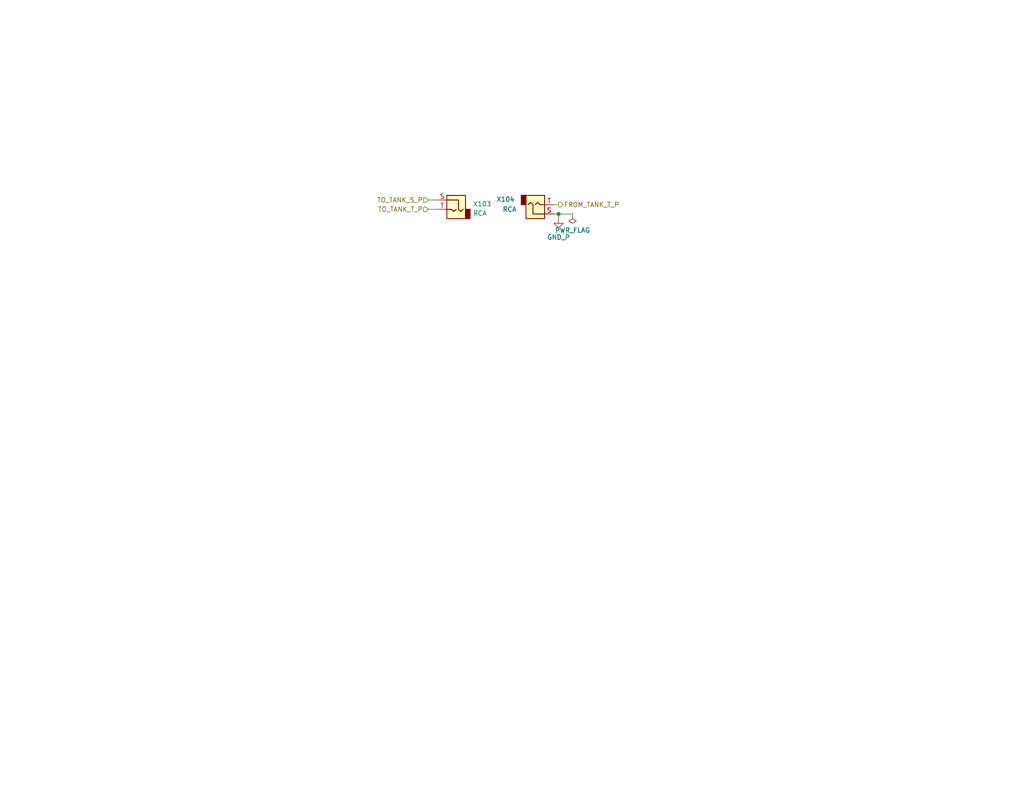
<source format=kicad_sch>
(kicad_sch (version 20230121) (generator eeschema)
  (paper "USLetter")
  (title_block (title "Spring Reverb Rev 2") (company "Music Thing Modular") (comment 1 "Kosmo version by Rich Holmes"))
  (lib_symbols
    (symbol "AO_symbols:AudioJack2"
      (property "Reference" "J" (at 0 8.89 0))
      (property "Value" "AudioJack2" (at 0 6.35 0))
      (symbol "AudioJack2_0_1"
        (rectangle (start -3.81 0) (end -2.54 -2.54) (stroke (width 0.254)) (fill (type outline)))
        (rectangle (start -2.54 3.81) (end 2.54 -2.54) (stroke (width 0.254)) (fill (type background)))
        (polyline (pts (xy 0 0) (xy 0.635 -0.635) (xy 1.27 0) (xy 2.54 0)) (stroke (width 0.254)))
        (polyline (pts (xy 2.54 2.54) (xy -0.635 2.54) (xy -0.635 0) (xy -1.27 -0.635) (xy -1.905 0)) (stroke (width 0.254)))
      )
      (symbol "AudioJack2_1_1"
        (pin passive line (at 5.08 2.54 180) (length 2.54) (name "~") (number "S"))
        (pin passive line (at 5.08 0 180) (length 2.54) (name "~") (number "T"))
      )
    )
    (symbol "aaaSpringReverb:GND_P" (power) (pin_names (offset 0))
      (property "Value" "GND_P" (at 0 -3.81 0))
      (symbol "GND_P_0_1"
        (polyline (pts (xy 0 0) (xy 0 -1.27) (xy 1.27 -1.27) (xy 0 -2.54) (xy -1.27 -1.27) (xy 0 -1.27)))
      )
      (symbol "GND_P_1_1"
        (pin power_in line (at 0 0 270) (length 0) hide (name "GND_P") (number "1"))
      )
    )
    (symbol "power:PWR_FLAG" (power) (pin_numbers hide) (pin_names (offset 0) hide)
      (property "Value" "PWR_FLAG" (at 0 3.81 0))
      (symbol "PWR_FLAG_0_0"
        (pin power_out line (at 0 0 90) (length 0) (name "pwr") (number "1"))
      )
      (symbol "PWR_FLAG_0_1"
        (polyline (pts (xy 0 0) (xy 0 1.27) (xy -1.016 1.905) (xy 0 2.54) (xy 1.016 1.905) (xy 0 1.27)))
      )
    )
  )
  (junction (at 152.4 58.42))
  (wire (pts (xy 152.4 58.42) (xy 156.21 58.42)))
  (wire (pts (xy 151.13 55.88) (xy 152.4 55.88)))
  (wire (pts (xy 152.4 58.42) (xy 152.4 59.69)))
  (wire (pts (xy 151.13 58.42) (xy 152.4 58.42)))
  (wire (pts (xy 116.84 57.15) (xy 119.38 57.15)))
  (wire (pts (xy 116.84 54.61) (xy 119.38 54.61)))
  (hierarchical_label "TO_TANK_T_P" (shape input) (at 116.84 57.15 180))
  (hierarchical_label "TO_TANK_S_P" (shape input) (at 116.84 54.61 180))
  (hierarchical_label "FROM_TANK_T_P" (shape output) (at 152.4 55.88 0))
  (symbol (lib_id "AO_symbols:AudioJack2") (at 124.46 57.15 0) (mirror y) (unit 1) (on_board no)
    (property "Reference" "X103" (at 129.032 55.6803 0) (effects (justify right)))
    (property "Value" "RCA" (at 129.032 58.2172 0) (effects (justify right)))
    (property "Vendor" "Digi-Key" (effects hide))
    (property "SKU" "SC2441-ND" (effects hide))
    (property "Manufacturer" "Switchcraft" (effects hide))
    (property "Part" "BPJF03X" (effects hide))
  )
  (symbol (lib_id "aaaSpringReverb:GND_P") (at 152.4 59.69 0) (unit 1)
    (property "Reference" "#PWR0907" (effects hide))
    (property "Value" "GND_P" (at 152.4 64.77 0))
  )
  (symbol (lib_id "power:PWR_FLAG") (at 156.21 58.42 180) (unit 1)
    (property "Reference" "#FLG0905" (effects hide))
    (property "Value" "PWR_FLAG" (at 156.21 62.8634 0))
  )
  (symbol (lib_id "AO_symbols:AudioJack2") (at 146.05 55.88 0) (mirror x) (unit 1) (on_board no)
    (property "Reference" "X104" (at 140.462 54.4072 0) (effects (justify right)))
    (property "Value" "RCA" (at 140.97 57.15 0) (effects (justify right)))
    (property "Vendor" "Digi-Key" (effects hide))
    (property "SKU" "SC2439-ND" (effects hide))
    (property "Manufacturer" "Switchcraft" (effects hide))
    (property "Part" "BPJF02X" (effects hide))
  )
)
</source>
